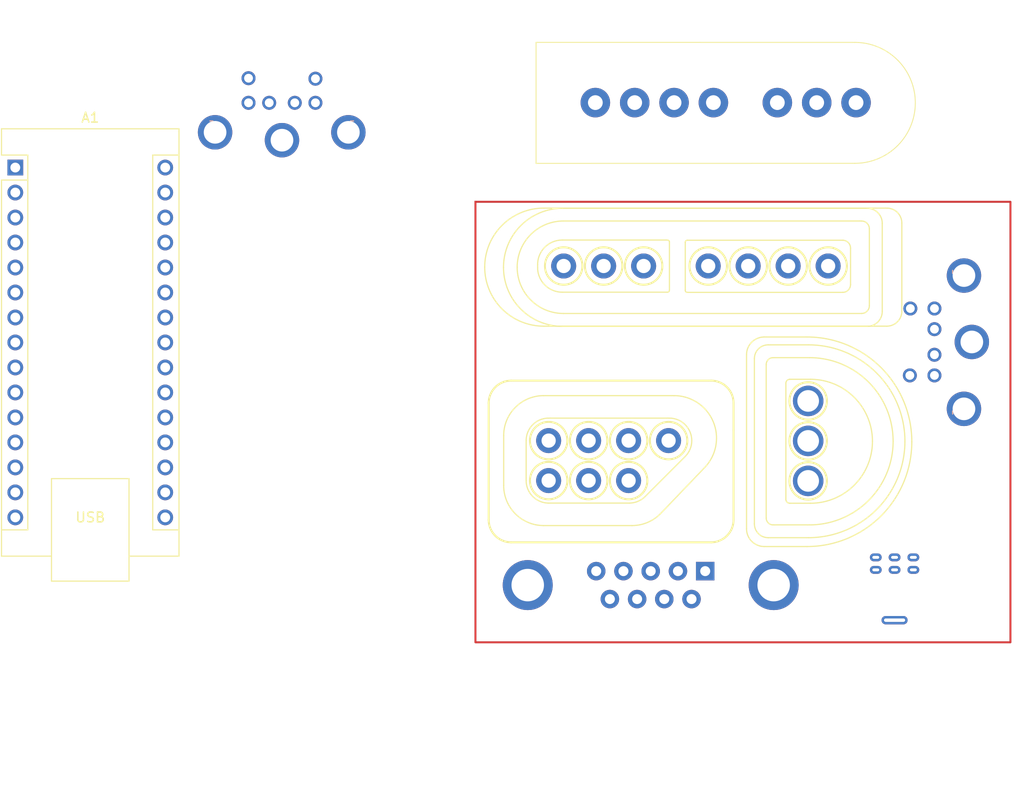
<source format=kicad_pcb>
(kicad_pcb (version 20240108) (generator "pcbnew") (generator_version "8.0")
  (layers (0 "F.Cu" signal) (31 "B.Cu" signal) (34 "B.Paste" user) (35 "F.Paste" user) (36 "B.SilkS" user "B.Silkscreen") (37 "F.SilkS" user "F.Silkscreen") (38 "B.Mask" user) (39 "F.Mask" user) (44 "Edge.Cuts" user))
  (net 0 "")
  (net 5 "Net-(A1-+5V)")
  (net 9 "Net-(A1-A3)")
  (net 29 "Net-(A1-A2)")
  (net 30 "Net-(A1-A0)")
  (footprint "" (layer "F.Cu") (at 214.4014 84.2264)
    (property "Reference" "" (at 0 0 0) (layer "F.SilkS") (effects (font (size 1.27 1.27))))
    (property "Value" "")
    (pad "4" thru_hole oval (at 0 0) (size 1.2 0.8) (drill oval 0.7 0.3) (layers "*.Cu" "*.Mask"))
  )
  (footprint "Footprints_cez:snes_controller_v2" (layer "F.Cu") (at 193.24 61.546 180)
    (property "Reference" "REF**" (hide yes))
    (property "Value" "snes_controller_v2" (hide yes))
    (fp_line (start 17.033 7.075) (end 17.033 6.775) (stroke (width 0.127)) (layer "F.SilkS"))
    (fp_line (start 16.41 12.82) (end -18.466 12.82) (stroke (width 0.127)) (layer "F.SilkS"))
    (fp_line (start 3.833 9.575) (end 14.533 9.575) (stroke (width 0.127)) (layer "F.SilkS"))
    (fp_line (start 3.833 4.275) (end 14.533 4.275) (stroke (width 0.127)) (layer "F.SilkS"))
    (fp_line (start 3.633 9.375) (end 3.633 4.475) (stroke (width 0.127)) (layer "F.SilkS"))
    (fp_line (start 2.024 9.355) (end 2.024 4.455) (stroke (width 0.127)) (layer "F.SilkS"))
    (fp_line (start -13.976 9.555) (end 1.824 9.555) (stroke (width 0.127)) (layer "F.SilkS"))
    (fp_line (start -13.976 4.255) (end 1.824 4.255) (stroke (width 0.127)) (layer "F.SilkS"))
    (fp_line (start -14.776 8.755) (end -14.776 5.055) (stroke (width 0.127)) (layer "F.SilkS"))
    (fp_line (start -15.89 11.51) (end 14.41 11.51) (stroke (width 0.127)) (layer "F.SilkS"))
    (fp_line (start -15.89 2.11) (end 14.41 2.11) (stroke (width 0.127)) (layer "F.SilkS"))
    (fp_line (start -16.476 12.8) (end 14.5 12.8) (stroke (width 0.127)) (layer "F.SilkS"))
    (fp_line (start -16.476 0.8) (end 14.5 0.8) (stroke (width 0.127)) (layer "F.SilkS"))
    (fp_line (start -16.69 2.91) (end -16.69 10.71) (stroke (width 0.127)) (layer "F.SilkS"))
    (fp_line (start -18 2.324) (end -18 11.276) (stroke (width 0.127)) (layer "F.SilkS"))
    (fp_line (start -18.466 0.82) (end 16.41 0.82) (stroke (width 0.127)) (layer "F.SilkS"))
    (fp_line (start -19.99 11.296) (end -19.99 2.344) (stroke (width 0.127)) (layer "F.SilkS"))
    (fp_arc (start 22.41 6.82) (mid 20.652641 11.062641) (end 16.41 12.82) (stroke (width 0.127)) (layer "F.SilkS"))
    (fp_arc (start 20.5 6.8) (mid 18.742641 11.042641) (end 14.5 12.8) (stroke (width 0.127)) (layer "F.SilkS"))
    (fp_arc (start 19.11 6.81) (mid 17.733402 10.133402) (end 14.41 11.51) (stroke (width 0.127)) (layer "F.SilkS"))
    (fp_arc (start 17.033 7.075) (mid 16.300767 8.842767) (end 14.533 9.575) (stroke (width 0.127)) (layer "F.SilkS"))
    (fp_arc (start 16.41 0.82) (mid 20.652641 2.57736) (end 22.410001 6.820001) (stroke (width 0.127)) (layer "F.SilkS"))
    (fp_arc (start 14.533 4.275) (mid 16.300767 5.007233) (end 17.033 6.775) (stroke (width 0.127)) (layer "F.SilkS"))
    (fp_arc (start 14.5 0.8) (mid 18.742641 2.557359) (end 20.5 6.8) (stroke (width 0.127)) (layer "F.SilkS"))
    (fp_arc (start 14.41 2.11) (mid 17.733402 3.486598) (end 19.11 6.81) (stroke (width 0.127)) (layer "F.SilkS"))
    (fp_arc (start 3.833 9.575) (mid 3.691579 9.516421) (end 3.633 9.375) (stroke (width 0.127)) (layer "F.SilkS"))
    (fp_arc (start 3.633 4.475) (mid 3.691579 4.333579) (end 3.833 4.275) (stroke (width 0.127)) (layer "F.SilkS"))
    (fp_arc (start 2.024 9.355) (mid 1.965421 9.496421) (end 1.824 9.555) (stroke (width 0.127)) (layer "F.SilkS"))
    (fp_arc (start 1.824 4.255) (mid 1.965421 4.313579) (end 2.024 4.455) (stroke (width 0.127)) (layer "F.SilkS"))
    (fp_arc (start -13.976 9.555) (mid -14.541685 9.320685) (end -14.776 8.755) (stroke (width 0.127)) (layer "F.SilkS"))
    (fp_arc (start -14.776 5.055) (mid -14.541685 4.489315) (end -13.976 4.255) (stroke (width 0.127)) (layer "F.SilkS"))
    (fp_arc (start -15.89 11.51) (mid -16.455685 11.275685) (end -16.69 10.71) (stroke (width 0.127)) (layer "F.SilkS"))
    (fp_arc (start -16.475999 12.799999) (mid -17.55363 12.35363) (end -18 11.276) (stroke (width 0.127)) (layer "F.SilkS"))
    (fp_arc (start -16.69 2.91) (mid -16.455685 2.344315) (end -15.89 2.11) (stroke (width 0.127)) (layer "F.SilkS"))
    (fp_arc (start -18 2.324) (mid -17.553631 1.246369) (end -16.476 0.8) (stroke (width 0.127)) (layer "F.SilkS"))
    (fp_arc (start -18.466 12.82) (mid -19.543631 12.37363) (end -19.990001 11.295999) (stroke (width 0.127)) (layer "F.SilkS"))
    (fp_arc (start -19.99 2.344) (mid -19.543631 1.266369) (end -18.466 0.82) (stroke (width 0.127)) (layer "F.SilkS"))
    (fp_circle (center 14.384 6.936) (end 16.289 6.936) (stroke (width 0.2032)) (fill none) (layer "F.SilkS"))
    (fp_circle (center 10.32 6.936) (end 12.225 6.936) (stroke (width 0.2032)) (fill none) (layer "F.SilkS"))
    (fp_circle (center 6.256 6.936) (end 8.161 6.936) (stroke (width 0.2032)) (fill none) (layer "F.SilkS"))
    (fp_circle (center -0.308 6.936) (end 1.597 6.936) (stroke (width 0.2032)) (fill none) (layer "F.SilkS"))
    (fp_circle (center -4.372 6.936) (end -2.467 6.936) (stroke (width 0.2032)) (fill none) (layer "F.SilkS"))
    (fp_circle (center -8.436 6.936) (end -6.531 6.936) (stroke (width 0.2032)) (fill none) (layer "F.SilkS"))
    (fp_circle (center -12.5 6.936) (end -10.595 6.936) (stroke (width 0.2032)) (fill none) (layer "F.SilkS"))
    (pad "1" thru_hole circle (at -12.5 6.936 180) (size 2.54 2.54) (drill 1.4478) (layers "*.Cu" "*.Mask"))
    (pad "2" thru_hole circle (at -8.436 6.936 180) (size 2.54 2.54) (drill 1.4478) (layers "*.Cu" "*.Mask"))
    (pad "3" thru_hole circle (at -4.372 6.936 180) (size 2.54 2.54) (drill 1.4478) (layers "*.Cu" "*.Mask"))
    (pad "4" thru_hole circle (at -0.308 6.936 180) (size 2.54 2.54) (drill 1.4478) (layers "*.Cu" "*.Mask"))
    (pad "5" thru_hole circle (at 6.256 6.936 180) (size 2.54 2.54) (drill 1.4478) (layers "*.Cu" "*.Mask"))
    (pad "6" thru_hole circle (at 10.32 6.936 180) (size 2.54 2.54) (drill 1.4478) (layers "*.Cu" "*.Mask"))
    (pad "7" thru_hole circle (at 14.384 6.936 180) (size 2.54 2.54) (drill 1.4478) (layers "*.Cu" "*.Mask"))
  )
  (footprint "" (layer "F.Cu") (at 212.4914 90.6114)
    (property "Reference" "" (at 0 0 0) (layer "F.SilkS") (effects (font (size 1.27 1.27))))
    (property "Value" "")
    (pad "0" thru_hole oval (at 0 0) (size 2.65 0.85) (drill oval 2.15 0.35) (layers "*.Cu" "*.Mask"))
  )
  (footprint "" (layer "F.Cu") (at 210.5814 85.4964)
    (property "Reference" "" (at 0 0 0) (layer "F.SilkS") (effects (font (size 1.27 1.27))))
    (property "Value" "")
    (pad "3" thru_hole oval (at 0 0) (size 1.2 0.8) (drill oval 0.7 0.3) (layers "*.Cu" "*.Mask"))
  )
  (footprint "Module:Arduino_Nano" (layer "F.Cu") (at 123.1138 44.6024)
    (property "Reference" "A1" (at 7.62 -5.08 0) (layer "F.SilkS"))
    (property "Value" "Arduino_Nano_v3.x")
    (fp_line (start -1.4 -3.94) (end -1.4 -1.27) (stroke (width 0.12)) (layer "F.SilkS"))
    (fp_line (start -1.4 1.27) (end -1.4 39.5) (stroke (width 0.12)) (layer "F.SilkS"))
    (fp_line (start -1.4 39.5) (end 3.68 39.5) (stroke (width 0.12)) (layer "F.SilkS"))
    (fp_line (start 1.27 -1.27) (end -1.4 -1.27) (stroke (width 0.12)) (layer "F.SilkS"))
    (fp_line (start 1.27 1.27) (end -1.4 1.27) (stroke (width 0.12)) (layer "F.SilkS"))
    (fp_line (start 1.27 1.27) (end 1.27 -1.27) (stroke (width 0.12)) (layer "F.SilkS"))
    (fp_line (start 1.27 1.27) (end 1.27 36.83) (stroke (width 0.12)) (layer "F.SilkS"))
    (fp_line (start 1.27 36.83) (end -1.4 36.83) (stroke (width 0.12)) (layer "F.SilkS"))
    (fp_line (start 3.68 31.62) (end 11.56 31.62) (stroke (width 0.12)) (layer "F.SilkS"))
    (fp_line (start 3.68 42.04) (end 3.68 31.62) (stroke (width 0.12)) (layer "F.SilkS"))
    (fp_line (start 11.56 31.62) (end 11.56 42.04) (stroke (width 0.12)) (layer "F.SilkS"))
    (fp_line (start 11.56 42.04) (end 3.68 42.04) (stroke (width 0.12)) (layer "F.SilkS"))
    (fp_line (start 13.97 -1.27) (end 13.97 36.83) (stroke (width 0.12)) (layer "F.SilkS"))
    (fp_line (start 13.97 -1.27) (end 16.64 -1.27) (stroke (width 0.12)) (layer "F.SilkS"))
    (fp_line (start 13.97 36.83) (end 16.64 36.83) (stroke (width 0.12)) (layer "F.SilkS"))
    (fp_line (start 16.64 -3.94) (end -1.4 -3.94) (stroke (width 0.12)) (layer "F.SilkS"))
    (fp_line (start 16.64 39.5) (end 11.56 39.5) (stroke (width 0.12)) (layer "F.SilkS"))
    (fp_line (start 16.64 39.5) (end 16.64 -3.94) (stroke (width 0.12)) (layer "F.SilkS"))
    (fp_text user "USB" (at 7.62 35.56 0) (layer "F.SilkS"))
    (pad "1" thru_hole rect (at 0 0) (size 1.6 1.6) (drill 1) (layers "*.Cu" "*.Mask"))
    (pad "2" thru_hole oval (at 0 2.54) (size 1.6 1.6) (drill 1) (layers "*.Cu" "*.Mask"))
    (pad "3" thru_hole oval (at 0 5.08) (size 1.6 1.6) (drill 1) (layers "*.Cu" "*.Mask"))
    (pad "4" thru_hole oval (at 0 7.62) (size 1.6 1.6) (drill 1) (layers "*.Cu" "*.Mask"))
    (pad "5" thru_hole oval (at 0 10.16) (size 1.6 1.6) (drill 1) (layers "*.Cu" "*.Mask"))
    (pad "6" thru_hole oval (at 0 12.7) (size 1.6 1.6) (drill 1) (layers "*.Cu" "*.Mask"))
    (pad "7" thru_hole oval (at 0 15.24) (size 1.6 1.6) (drill 1) (layers "*.Cu" "*.Mask"))
    (pad "8" thru_hole oval (at 0 17.78) (size 1.6 1.6) (drill 1) (layers "*.Cu" "*.Mask"))
    (pad "9" thru_hole oval (at 0 20.32) (size 1.6 1.6) (drill 1) (layers "*.Cu" "*.Mask"))
    (pad "10" thru_hole oval (at 0 22.86) (size 1.6 1.6) (drill 1) (layers "*.Cu" "*.Mask"))
    (pad "11" thru_hole oval (at 0 25.4) (size 1.6 1.6) (drill 1) (layers "*.Cu" "*.Mask"))
    (pad "12" thru_hole oval (at 0 27.94) (size 1.6 1.6) (drill 1) (layers "*.Cu" "*.Mask"))
    (pad "13" thru_hole oval (at 0 30.48) (size 1.6 1.6) (drill 1) (layers "*.Cu" "*.Mask"))
    (pad "14" thru_hole oval (at 0 33.02) (size 1.6 1.6) (drill 1) (layers "*.Cu" "*.Mask"))
    (pad "15" thru_hole oval (at 0 35.56) (size 1.6 1.6) (drill 1) (layers "*.Cu" "*.Mask"))
    (pad "16" thru_hole oval (at 15.24 35.56) (size 1.6 1.6) (drill 1) (layers "*.Cu" "*.Mask"))
    (pad "17" thru_hole oval (at 15.24 33.02) (size 1.6 1.6) (drill 1) (layers "*.Cu" "*.Mask"))
    (pad "18" thru_hole oval (at 15.24 30.48) (size 1.6 1.6) (drill 1) (layers "*.Cu" "*.Mask"))
    (pad "19" thru_hole oval (at 15.24 27.94) (size 1.6 1.6) (drill 1) (layers "*.Cu" "*.Mask") (net 30 "Net-(A1-A0)"))
    (pad "20" thru_hole oval (at 15.24 25.4) (size 1.6 1.6) (drill 1) (layers "*.Cu" "*.Mask"))
    (pad "21" thru_hole oval (at 15.24 22.86) (size 1.6 1.6) (drill 1) (layers "*.Cu" "*.Mask") (net 29 "Net-(A1-A2)"))
    (pad "22" thru_hole oval (at 15.24 20.32) (size 1.6 1.6) (drill 1) (layers "*.Cu" "*.Mask") (net 9 "Net-(A1-A3)"))
    (pad "23" thru_hole oval (at 15.24 17.78) (size 1.6 1.6) (drill 1) (layers "*.Cu" "*.Mask"))
    (pad "24" thru_hole oval (at 15.24 15.24) (size 1.6 1.6) (drill 1) (layers "*.Cu" "*.Mask"))
    (pad "25" thru_hole oval (at 15.24 12.7) (size 1.6 1.6) (drill 1) (layers "*.Cu" "*.Mask"))
    (pad "26" thru_hole oval (at 15.24 10.16) (size 1.6 1.6) (drill 1) (layers "*.Cu" "*.Mask"))
    (pad "27" thru_hole oval (at 15.24 7.62) (size 1.6 1.6) (drill 1) (layers "*.Cu" "*.Mask") (net 5 "Net-(A1-+5V)"))
    (pad "28" thru_hole oval (at 15.24 5.08) (size 1.6 1.6) (drill 1) (layers "*.Cu" "*.Mask"))
    (pad "29" thru_hole oval (at 15.24 2.54) (size 1.6 1.6) (drill 1) (layers "*.Cu" "*.Mask"))
    (pad "30" thru_hole oval (at 15.24 0) (size 1.6 1.6) (drill 1) (layers "*.Cu" "*.Mask"))
  )
  (footprint "Footprints_cez:ps_2 connector" (layer "F.Cu") (at 206.345 62.3316 90)
    (property "Reference" "REF**" (hide yes))
    (property "Value" "ps_2 connector" (hide yes))
    (fp_line (start 6.975 12.05) (end 7.275 12.05) (stroke (width 0.127)) (layer "B.SilkS"))
    (fp_line (start -7.025 12.05) (end -7.325 12.05) (stroke (width 0.127)) (layer "B.SilkS"))
    (fp_line (start 6.675 14.05) (end 6.375 14.05) (stroke (width 0.127)) (layer "B.SilkS"))
    (fp_line (start -6.725 14.05) (end -6.475 14.05) (stroke (width 0.127)) (layer "B.SilkS"))
    (pad "1" thru_hole circle (at -3.4 7.7 270) (size 1.4224 1.4224) (drill 0.9) (layers "*.Cu" "*.Mask"))
    (pad "2" thru_hole circle (at -3.4 10.2 270) (size 1.4224 1.4224) (drill 0.9) (layers "*.Cu" "*.Mask"))
    (pad "3" thru_hole circle (at -1.3 10.2 270) (size 1.4224 1.4224) (drill 0.9) (layers "*.Cu" "*.Mask"))
    (pad "4" thru_hole circle (at 1.3 10.2 270) (size 1.4224 1.4224) (drill 0.9) (layers "*.Cu" "*.Mask"))
    (pad "5" thru_hole circle (at 3.4 10.2 270) (size 1.4224 1.4224) (drill 0.9) (layers "*.Cu" "*.Mask"))
    (pad "6" thru_hole oval (at 3.4 7.75 270) (size 1.4224 1.4224) (drill 0.9) (layers "*.Cu" "*.Mask"))
    (pad "SH1" thru_hole circle (at -6.8 13.2 270) (size 3.5 3.5) (drill 2.3) (layers "*.Cu" "*.Mask"))
    (pad "SH2" thru_hole circle (at 0 14 270) (size 3.5 3.5) (drill 2.3) (layers "*.Cu" "*.Mask"))
    (pad "SH3" thru_hole circle (at 6.75 13.2 270) (size 3.5 3.5) (drill 2.3) (layers "*.Cu" "*.Mask"))
  )
  (footprint "Footprints_cez:DB9" (layer "F.Cu") (at 190.2028 107.5458 180)
    (property "Reference" "REF**" (hide yes))
    (property "Value" "DB9" (hide yes))
    (pad "1" thru_hole rect (at -3.04 21.92 180) (size 1.8796 1.8796) (drill 1.016) (layers "*.Cu" "*.Mask"))
    (pad "2" thru_hole circle (at -0.27 21.92 180) (size 1.8796 1.8796) (drill 1.016) (layers "*.Cu" "*.Mask"))
    (pad "3" thru_hole circle (at 2.5 21.92 180) (size 1.8796 1.8796) (drill 1.016) (layers "*.Cu" "*.Mask"))
    (pad "4" thru_hole circle (at 5.27 21.92 180) (size 1.8796 1.8796) (drill 1.016) (layers "*.Cu" "*.Mask"))
    (pad "5" thru_hole circle (at 8.04 21.92 180) (size 1.8796 1.8796) (drill 1.016) (layers "*.Cu" "*.Mask"))
    (pad "6" thru_hole circle (at -1.65 19.08 180) (size 1.8796 1.8796) (drill 1.016) (layers "*.Cu" "*.Mask"))
    (pad "7" thru_hole circle (at 1.12 19.08 180) (size 1.8796 1.8796) (drill 1.016) (layers "*.Cu" "*.Mask"))
    (pad "8" thru_hole circle (at 3.88 19.08 180) (size 1.8796 1.8796) (drill 1.016) (layers "*.Cu" "*.Mask"))
    (pad "9" thru_hole circle (at 6.65 19.08 180) (size 1.8796 1.8796) (drill 1.016) (layers "*.Cu" "*.Mask"))
    (pad "G1" thru_hole circle (at -10 20.5 180) (size 5.08 5.08) (drill 3.302) (layers "*.Cu" "*.Mask"))
    (pad "G2" thru_hole circle (at 15 20.5 180) (size 5.08 5.08) (drill 3.302) (layers "*.Cu" "*.Mask"))
  )
  (footprint "" (layer "F.Cu") (at 212.4914 84.2264)
    (property "Reference" "" (at 0 0 0) (layer "F.SilkS") (effects (font (size 1.27 1.27))))
    (property "Value" "")
    (pad "5" thru_hole oval (at 0 0) (size 1.2 0.8) (drill oval 0.7 0.3) (layers "*.Cu" "*.Mask"))
  )
  (footprint "" (layer "F.Cu") (at 214.4014 85.4964)
    (property "Reference" "" (at 0 0 0) (layer "F.SilkS") (effects (font (size 1.27 1.27))))
    (property "Value" "")
    (pad "1" thru_hole oval (at 0 0) (size 1.2 0.8) (drill oval 0.7 0.3) (layers "*.Cu" "*.Mask"))
  )
  (footprint "" (layer "F.Cu") (at 212.4914 85.4964)
    (property "Reference" "" (at 0 0 0) (layer "F.SilkS") (effects (font (size 1.27 1.27))))
    (property "Value" "")
    (pad "2" thru_hole oval (at 0 0) (size 1.2 0.8) (drill oval 0.7 0.3) (layers "*.Cu" "*.Mask"))
  )
  (footprint "" (layer "F.Cu") (at 210.5814 84.2264)
    (property "Reference" "" (at 0 0 0) (layer "F.SilkS") (effects (font (size 1.27 1.27))))
    (property "Value" "")
    (pad "6" thru_hole oval (at 0 0) (size 1.2 0.8) (drill oval 0.7 0.3) (layers "*.Cu" "*.Mask"))
  )
  (footprint "Footprints_cez:ps_2 connector" (layer "F.Cu") (at 150.222 27.821)
    (property "Reference" "U1" (hide yes))
    (property "Value" "~" (hide yes))
    (fp_line (start -7.025 12.05) (end -7.325 12.05) (stroke (width 0.127)) (layer "B.SilkS"))
    (fp_line (start -6.725 14.05) (end -6.475 14.05) (stroke (width 0.127)) (layer "B.SilkS"))
    (fp_line (start 6.675 14.05) (end 6.375 14.05) (stroke (width 0.127)) (layer "B.SilkS"))
    (fp_line (start 6.975 12.05) (end 7.275 12.05) (stroke (width 0.127)) (layer "B.SilkS"))
    (pad "1" thru_hole circle (at -3.4 7.7 180) (size 1.4224 1.4224) (drill 0.9) (layers "*.Cu" "*.Mask"))
    (pad "2" thru_hole circle (at -3.4 10.2 180) (size 1.4224 1.4224) (drill 0.9) (layers "*.Cu" "*.Mask") (net 5 "Net-(A1-+5V)"))
    (pad "3" thru_hole circle (at -1.3 10.2 180) (size 1.4224 1.4224) (drill 0.9) (layers "*.Cu" "*.Mask"))
    (pad "4" thru_hole circle (at 1.3 10.2 180) (size 1.4224 1.4224) (drill 0.9) (layers "*.Cu" "*.Mask") (net 30 "Net-(A1-A0)"))
    (pad "5" thru_hole circle (at 3.4 10.2 180) (size 1.4224 1.4224) (drill 0.9) (layers "*.Cu" "*.Mask") (net 29 "Net-(A1-A2)"))
    (pad "6" thru_hole oval (at 3.4 7.75 180) (size 1.4224 1.4224) (drill 0.9) (layers "*.Cu" "*.Mask") (net 9 "Net-(A1-A3)"))
    (pad "SH1" thru_hole circle (at -6.8 13.2 180) (size 3.5 3.5) (drill 2.3) (layers "*.Cu" "*.Mask"))
    (pad "SH2" thru_hole circle (at 0 14 180) (size 3.5 3.5) (drill 2.3) (layers "*.Cu" "*.Mask"))
    (pad "SH3" thru_hole circle (at 6.75 13.2 180) (size 3.5 3.5) (drill 2.3) (layers "*.Cu" "*.Mask"))
  )
  (footprint "Footprints_cez:snes_controller" (layer "F.Cu") (at 192.2526 29.1752)
    (property "Reference" "REF**" (hide yes))
    (property "Value" "snes_controller" (hide yes))
    (fp_line (start -16.2016 2.7016) (end -16.2016 15.0016) (stroke (width 0.1)) (layer "F.SilkS"))
    (fp_line (start 16.2016 2.7048) (end -16.2016 2.7016) (stroke (width 0.1)) (layer "F.SilkS"))
    (fp_line (start 16.2016 14.9984) (end -16.2016 15.0016) (stroke (width 0.1)) (layer "F.SilkS"))
    (fp_arc (start 16.2016 2.7048) (mid 22.3484 8.8516) (end 16.2016 14.9984) (stroke (width 0.1)) (layer "F.SilkS"))
    (pad "1" thru_hole circle (at -10.1764 8.8262) (size 3 3) (drill 1.5) (layers "*.Cu" "*.Mask"))
    (pad "2" thru_hole circle (at -6.1764 8.8262) (size 3 3) (drill 1.5) (layers "*.Cu" "*.Mask"))
    (pad "3" thru_hole circle (at -2.1764 8.8262) (size 3 3) (drill 1.5) (layers "*.Cu" "*.Mask"))
    (pad "4" thru_hole circle (at 1.8236 8.8262) (size 3 3) (drill 1.5) (layers "*.Cu" "*.Mask"))
    (pad "5" thru_hole circle (at 8.3236 8.8262) (size 3 3) (drill 1.5) (layers "*.Cu" "*.Mask"))
    (pad "6" thru_hole circle (at 12.3236 8.8262) (size 3 3) (drill 1.5) (layers "*.Cu" "*.Mask"))
    (pad "7" thru_hole circle (at 16.3236 8.8262) (size 3 3) (drill 1.5) (layers "*.Cu" "*.Mask"))
  )
  (footprint "Footprints_cez:N64_controller" (layer "F.Cu") (at 219.144 72.326 -90)
    (property "Reference" "REF**" (hide yes))
    (property "Value" "N64_controller")
    (fp_line (start -8.7 21.7) (end 9 21.7) (stroke (width 0.127)) (layer "F.SilkS"))
    (fp_line (start -8.3 20.9) (end 8.5 20.9) (stroke (width 0.127)) (layer "F.SilkS"))
    (fp_line (start -10.5 19.9) (end -10.5 15.55) (stroke (width 0.127)) (layer "F.SilkS"))
    (fp_line (start 10.8 19.9) (end 10.8 15.55) (stroke (width 0.127)) (layer "F.SilkS"))
    (fp_line (start -7.7 19.7) (end 7.9 19.7) (stroke (width 0.127)) (layer "F.SilkS"))
    (fp_line (start -9.7 19.5) (end -9.7 15.4) (stroke (width 0.127)) (layer "F.SilkS"))
    (fp_line (start 9.9 19.5) (end 9.9 15.4) (stroke (width 0.127)) (layer "F.SilkS"))
    (fp_line (start -8.4 19) (end -8.4 15.3) (stroke (width 0.127)) (layer "F.SilkS"))
    (fp_line (start 8.6 19) (end 8.6 15.3) (stroke (width 0.127)) (layer "F.SilkS"))
    (fp_line (start -5.8 17.7) (end 6 17.7) (stroke (width 0.127)) (layer "F.SilkS"))
    (fp_line (start -6.2 17.3) (end -6.2 15.2) (stroke (width 0.127)) (layer "F.SilkS"))
    (fp_line (start 6.4 17.3) (end 6.4 15.2) (stroke (width 0.127)) (layer "F.SilkS"))
    (fp_arc (start -8.7 21.7) (mid -9.972792 21.172792) (end -10.5 19.9) (stroke (width 0.127)) (layer "F.SilkS"))
    (fp_arc (start -8.3 20.9) (mid -9.289949 20.489949) (end -9.7 19.5) (stroke (width 0.127)) (layer "F.SilkS"))
    (fp_arc (start 10.8 19.9) (mid 10.272792 21.172792) (end 9 21.7) (stroke (width 0.127)) (layer "F.SilkS"))
    (fp_arc (start -7.7 19.7) (mid -8.194975 19.494975) (end -8.4 19) (stroke (width 0.127)) (layer "F.SilkS"))
    (fp_arc (start 9.9 19.5) (mid 9.489949 20.489949) (end 8.5 20.9) (stroke (width 0.127)) (layer "F.SilkS"))
    (fp_arc (start 8.6 19) (mid 8.394975 19.494975) (end 7.9 19.7) (stroke (width 0.127)) (layer "F.SilkS"))
    (fp_arc (start -5.8 17.7) (mid -6.082843 17.582843) (end -6.2 17.3) (stroke (width 0.127)) (layer "F.SilkS"))
    (fp_arc (start 6.4 17.3) (mid 6.282843 17.582843) (end 6 17.7) (stroke (width 0.127)) (layer "F.SilkS"))
    (fp_arc (start -10.5 15.55) (mid -7.380687 8.019313) (end 0.15 4.9) (stroke (width 0.127)) (layer "F.SilkS"))
    (fp_arc (start -9.7 15.4) (mid -6.829646 8.470354) (end 0.1 5.6) (stroke (width 0.127)) (layer "F.SilkS"))
    (fp_arc (start -8.4 15.3) (mid -5.910407 9.289593) (end 0.100001 6.800001) (stroke (width 0.127)) (layer "F.SilkS"))
    (fp_arc (start -6.2 15.2) (mid -4.354772 10.745228) (end 0.100001 8.900001) (stroke (width 0.127)) (layer "F.SilkS"))
    (fp_arc (start 0.099998 8.9) (mid 4.554772 10.745227) (end 6.4 15.2) (stroke (width 0.127)) (layer "F.SilkS"))
    (fp_arc (start 0.099998 6.8) (mid 6.110407 9.289592) (end 8.6 15.3) (stroke (width 0.127)) (layer "F.SilkS"))
    (fp_arc (start 0.1 5.6) (mid 7.029646 8.470354) (end 9.9 15.4) (stroke (width 0.127)) (layer "F.SilkS"))
    (fp_arc (start 0.149999 4.899999) (mid 7.680688 8.019312) (end 10.8 15.55) (stroke (width 0.127)) (layer "F.SilkS"))
    (fp_circle (center -4 15.436) (end -2.095 15.436) (stroke (width 0.2032)) (fill none) (layer "F.SilkS"))
    (fp_circle (center 0.064 15.436) (end 1.969 15.436) (stroke (width 0.2032)) (fill none) (layer "F.SilkS"))
    (fp_circle (center 4.128 15.436) (end 6.033 15.436) (stroke (width 0.2032)) (fill none) (layer "F.SilkS"))
    (pad "1" thru_hole circle (at -4 15.436 270) (size 3.1 3.1) (drill 2.2) (layers "*.Cu" "*.Mask"))
    (pad "2" thru_hole circle (at 0.064 15.436 270) (size 3.1 3.1) (drill 2.2) (layers "*.Cu" "*.Mask"))
    (pad "3" thru_hole circle (at 4.128 15.436 270) (size 3.1 3.1) (drill 2.2) (layers "*.Cu" "*.Mask"))
  )
  (footprint "Footprints_cez:nes_controller" (layer "F.Cu") (at 182.8292 64.9224)
    (property "Reference" "REF**" (hide yes))
    (property "Value" "nes_controller")
    (fp_line (start -11.596 15.4878) (end -11.596 3.626) (stroke (width 0.2032)) (layer "F.SilkS"))
    (fp_line (start -10.072 12.008) (end -10.072 6.928) (stroke (width 0.127)) (layer "F.SilkS"))
    (fp_line (start -9.31 1.34) (end 11.01 1.34) (stroke (width 0.2032)) (layer "F.SilkS"))
    (fp_line (start -7.786 7.436) (end -7.786 11.5) (stroke (width 0.127)) (layer "F.SilkS"))
    (fp_line (start -6.008 2.864) (end 7.245625 2.864) (stroke (width 0.127)) (layer "F.SilkS"))
    (fp_line (start -5.5 5.15) (end 6.761106 5.15) (stroke (width 0.127)) (layer "F.SilkS"))
    (fp_line (start -5.5 13.786) (end 2.697106 13.786) (stroke (width 0.127)) (layer "F.SilkS"))
    (fp_line (start 2.976637 16.072) (end -6.008 16.072) (stroke (width 0.127)) (layer "F.SilkS"))
    (fp_line (start 8.377553 9.052447) (end 4.313553 13.116446) (stroke (width 0.127)) (layer "F.SilkS"))
    (fp_line (start 10.364112 10.168663) (end 5.850318 14.881681) (stroke (width 0.127)) (layer "F.SilkS"))
    (fp_line (start 11.01 17.7738) (end -9.31 17.7738) (stroke (width 0.2032)) (layer "F.SilkS"))
    (fp_line (start 13.296 3.626) (end 13.296 6.3946) (stroke (width 0.2032)) (layer "F.SilkS"))
    (fp_line (start 13.296 6.3946) (end 13.296 15.4878) (stroke (width 0.2032)) (layer "F.SilkS"))
    (fp_arc (start -11.596 3.626) (mid -10.926446 2.009554) (end -9.31 1.34) (stroke (width 0.2032)) (layer "F.SilkS"))
    (fp_arc (start -10.072 6.928) (mid -8.881682 4.054317) (end -6.007999 2.863999) (stroke (width 0.127)) (layer "F.SilkS"))
    (fp_arc (start -9.31 17.7738) (mid -10.926446 17.104246) (end -11.596 15.4878) (stroke (width 0.2032)) (layer "F.SilkS"))
    (fp_arc (start -7.786 7.436) (mid -7.116446 5.819554) (end -5.5 5.15) (stroke (width 0.127)) (layer "F.SilkS"))
    (fp_arc (start -6.008 16.072) (mid -8.881682 14.881681) (end -10.072 12.007998) (stroke (width 0.127)) (layer "F.SilkS"))
    (fp_arc (start -5.5 13.786) (mid -7.116446 13.116446) (end -7.786 11.5) (stroke (width 0.127)) (layer "F.SilkS"))
    (fp_arc (start 4.313553 13.116446) (mid 3.571922 13.611991) (end 2.697106 13.786) (stroke (width 0.127)) (layer "F.SilkS"))
    (fp_arc (start 5.850318 14.881681) (mid 4.53186 15.76264) (end 2.976637 16.072) (stroke (width 0.127)) (layer "F.SilkS"))
    (fp_arc (start 6.761106 5.15) (mid 8.873089 6.561187) (end 8.377553 9.052448) (stroke (width 0.127)) (layer "F.SilkS"))
    (fp_arc (start 7.245625 2.864) (mid 11.216863 5.486609) (end 10.364111 10.168664) (stroke (width 0.127)) (layer "F.SilkS"))
    (fp_arc (start 11.01 1.34) (mid 12.626446 2.009554) (end 13.296 3.626) (stroke (width 0.2032)) (layer "F.SilkS"))
    (fp_arc (start 13.296 15.4878) (mid 12.626446 17.104246) (end 11.01 17.7738) (stroke (width 0.2032)) (layer "F.SilkS"))
    (fp_circle (center -5.5 7.436) (end -3.595 7.436) (stroke (width 0.2032)) (fill none) (layer "F.SilkS"))
    (fp_circle (center -5.5 11.5) (end -3.595 11.5) (stroke (width 0.2032)) (fill none) (layer "F.SilkS"))
    (fp_circle (center -1.436 7.436) (end 0.469 7.436) (stroke (width 0.2032)) (fill none) (layer "F.SilkS"))
    (fp_circle (center -1.436 11.5) (end 0.469 11.5) (stroke (width 0.2032)) (fill none) (layer "F.SilkS"))
    (fp_circle (center 2.628 7.436) (end 4.533 7.436) (stroke (width 0.2032)) (fill none) (layer "F.SilkS"))
    (fp_circle (center 2.628 11.5) (end 4.533 11.5) (stroke (width 0.2032)) (fill none) (layer "F.SilkS"))
    (fp_circle (center 6.692 7.436) (end 8.597 7.436) (stroke (width 0.2032)) (fill none) (layer "F.SilkS"))
    (pad "1" thru_hole circle (at 2.628 11.5) (size 2.54 2.54) (drill 1.4478) (layers "*.Cu" "*.Mask"))
    (pad "2" thru_hole circle (at 2.628 7.436) (size 2.54 2.54) (drill 1.4478) (layers "*.Cu" "*.Mask"))
    (pad "3" thru_hole circle (at -1.436 7.436) (size 2.54 2.54) (drill 1.4478) (layers "*.Cu" "*.Mask"))
    (pad "4" thru_hole circle (at -5.5 7.436) (size 2.54 2.54) (drill 1.4478) (layers "*.Cu" "*.Mask"))
    (pad "5" thru_hole circle (at -1.436 11.5) (size 2.54 2.54) (drill 1.4478) (layers "*.Cu" "*.Mask"))
    (pad "6" thru_hole circle (at -5.5 11.5) (size 2.54 2.54) (drill 1.4478) (layers "*.Cu" "*.Mask"))
    (pad "7" thru_hole circle (at 6.692 7.436) (size 2.54 2.54) (drill 1.4478) (layers "*.Cu" "*.Mask"))
  )
  (gr_rect (start 169.8879 48.0822) (end 224.2693 92.8624) (stroke (width 0.2)) (fill none) (layer "F.Cu"))
)
</source>
